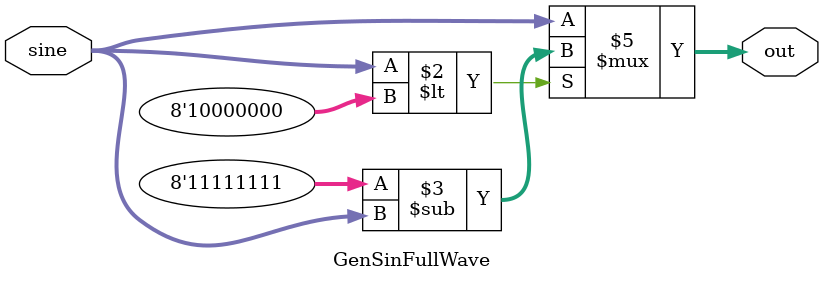
<source format=v>
module GenSinFullWave(
    input [7:0] sine,
    output reg [7:0] out
);
    always @(sine) begin
        if (sine < 8'd128) out = 8'd255 - sine;
        else out = sine;
    end
endmodule

</source>
